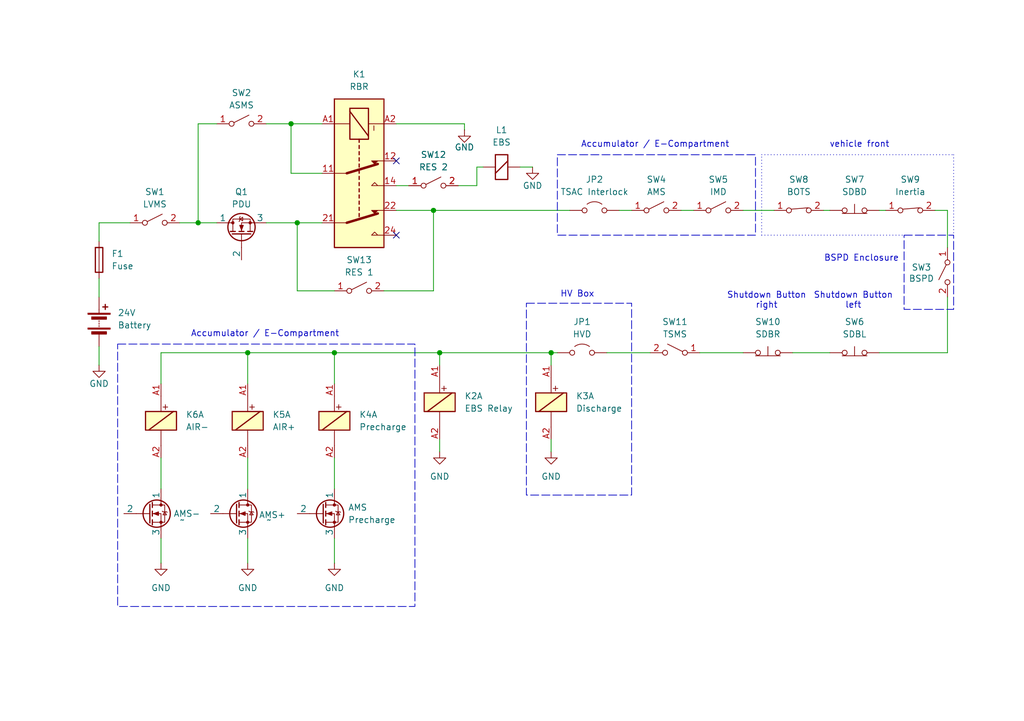
<source format=kicad_sch>
(kicad_sch (version 20231120) (generator "eeschema") (generator_version "8.0")
  (paper "A5")
  (lib_symbols
    (symbol "Device:Battery" (pin_numbers hide) (pin_names (offset 0) hide)
      (property "Reference" "BT" (at 2.54 2.54 0))
      (property "Value" "Battery" (at 2.54 0 0))
      (symbol "Battery_0_1"
        (rectangle (start -2.286 -1.27) (end 2.286 -1.524) (fill (type outline)))
        (rectangle (start -2.286 1.778) (end 2.286 1.524) (fill (type outline)))
        (rectangle (start -1.524 -2.032) (end 1.524 -2.54) (fill (type outline)))
        (rectangle (start -1.524 1.016) (end 1.524 0.508) (fill (type outline)))
        (polyline (pts (xy 0 -1.016) (xy 0 -0.762)))
        (polyline (pts (xy 0 -0.508) (xy 0 -0.254)))
        (polyline (pts (xy 0 0) (xy 0 0.254)))
        (polyline (pts (xy 0 1.778) (xy 0 2.54)))
        (polyline (pts (xy 0.762 3.048) (xy 1.778 3.048)) (stroke (width 0.254)))
        (polyline (pts (xy 1.27 3.556) (xy 1.27 2.54)) (stroke (width 0.254)))
      )
      (symbol "Battery_1_1"
        (pin passive line (at 0 5.08 270) (length 2.54) (name "+") (number "1"))
        (pin passive line (at 0 -5.08 90) (length 2.54) (name "-") (number "2"))
      )
    )
    (symbol "Device:ElectromagneticActor" (pin_numbers hide) (pin_names (offset 0.0254) hide)
      (property "Reference" "L" (at 1.27 3.81 0))
      (property "Value" "ElectromagneticActor" (at 1.27 -1.27 0))
      (symbol "ElectromagneticActor_0_1"
        (rectangle (start -2.54 2.54) (end 2.54 0) (stroke (width 0.254)))
        (polyline (pts (xy -1.27 2.54) (xy 1.27 0)) (stroke (width 0.254)))
      )
      (symbol "ElectromagneticActor_1_1"
        (pin passive line (at 0 5.08 270) (length 2.54) (name "-") (number "1"))
        (pin passive line (at 0 -2.54 90) (length 2.54) (name "+") (number "2"))
      )
    )
    (symbol "Device:Fuse" (pin_numbers hide) (pin_names (offset 0))
      (property "Reference" "F" (at 2.032 0 90))
      (property "Value" "Fuse" (at -1.905 0 90))
      (symbol "Fuse_0_1"
        (rectangle (start -0.762 -2.54) (end 0.762 2.54) (stroke (width 0.254)))
        (polyline (pts (xy 0 2.54) (xy 0 -2.54)))
      )
      (symbol "Fuse_1_1"
        (pin passive line (at 0 3.81 270) (length 1.27) (name "~") (number "1"))
        (pin passive line (at 0 -3.81 90) (length 1.27) (name "~") (number "2"))
      )
    )
    (symbol "Jumper:Jumper_2_Open" (pin_numbers hide) (pin_names (offset 0) hide) (exclude_from_sim yes)
      (property "Reference" "JP" (at 0 2.794 0))
      (property "Value" "Jumper_2_Open" (at 0 -2.286 0))
      (symbol "Jumper_2_Open_0_0"
        (circle (center -2.032 0) (radius 0.508))
        (circle (center 2.032 0) (radius 0.508))
      )
      (symbol "Jumper_2_Open_0_1"
        (arc (start 1.524 1.27) (mid 0 1.778) (end -1.524 1.27))
      )
      (symbol "Jumper_2_Open_1_1"
        (pin passive line (at -5.08 0 0) (length 2.54) (name "A") (number "1"))
        (pin passive line (at 5.08 0 180) (length 2.54) (name "B") (number "2"))
      )
    )
    (symbol "NMOS_1" (pin_numbers hide) (pin_names (offset 0))
      (property "Reference" "Q2" (at 6.35 1.2701 0))
      (property "Value" "NMOS" (at 6.35 -1.2699 0))
      (symbol "NMOS_1_0_1"
        (polyline (pts (xy 0.254 0) (xy -2.54 0)))
        (polyline (pts (xy 0.254 1.905) (xy 0.254 -1.905)) (stroke (width 0.254)))
        (polyline (pts (xy 0.762 -1.27) (xy 0.762 -2.286)) (stroke (width 0.254)))
        (polyline (pts (xy 0.762 0.508) (xy 0.762 -0.508)) (stroke (width 0.254)))
        (polyline (pts (xy 0.762 2.286) (xy 0.762 1.27)) (stroke (width 0.254)))
        (polyline (pts (xy 2.54 2.54) (xy 2.54 1.778)))
        (polyline (pts (xy 2.54 -2.54) (xy 2.54 0) (xy 0.762 0)))
        (polyline (pts (xy 0.762 -1.778) (xy 3.302 -1.778) (xy 3.302 1.778) (xy 0.762 1.778)))
        (polyline (pts (xy 1.016 0) (xy 2.032 0.381) (xy 2.032 -0.381) (xy 1.016 0)) (fill (type outline)))
        (polyline (pts (xy 2.794 0.508) (xy 2.921 0.381) (xy 3.683 0.381) (xy 3.81 0.254)))
        (polyline (pts (xy 3.302 0.381) (xy 2.921 -0.254) (xy 3.683 -0.254) (xy 3.302 0.381)))
        (circle (center 1.651 0) (radius 2.794) (stroke (width 0.254)))
        (circle (center 2.54 -1.778) (radius 0.254) (fill (type outline)))
        (circle (center 2.54 1.778) (radius 0.254) (fill (type outline)))
      )
      (symbol "NMOS_1_1_1"
        (pin passive line (at 2.54 5.08 270) (length 2.54) (name "1") (number "1"))
        (pin input line (at -5.08 0 0) (length 2.54) (name "2") (number "2"))
        (pin passive line (at 2.54 -5.08 90) (length 2.54) (name "3") (number "3"))
      )
    )
    (symbol "NMOS_2" (pin_numbers hide) (pin_names (offset 0))
      (property "Reference" "AMS+" (at 6.35 1.2701 0))
      (property "Value" "NMOS" (at 6.35 -1.2699 0))
      (symbol "NMOS_2_0_1"
        (polyline (pts (xy 0.254 0) (xy -2.54 0)))
        (polyline (pts (xy 0.254 1.905) (xy 0.254 -1.905)) (stroke (width 0.254)))
        (polyline (pts (xy 0.762 -1.27) (xy 0.762 -2.286)) (stroke (width 0.254)))
        (polyline (pts (xy 0.762 0.508) (xy 0.762 -0.508)) (stroke (width 0.254)))
        (polyline (pts (xy 0.762 2.286) (xy 0.762 1.27)) (stroke (width 0.254)))
        (polyline (pts (xy 2.54 2.54) (xy 2.54 1.778)))
        (polyline (pts (xy 2.54 -2.54) (xy 2.54 0) (xy 0.762 0)))
        (polyline (pts (xy 0.762 -1.778) (xy 3.302 -1.778) (xy 3.302 1.778) (xy 0.762 1.778)))
        (polyline (pts (xy 1.016 0) (xy 2.032 0.381) (xy 2.032 -0.381) (xy 1.016 0)) (fill (type outline)))
        (polyline (pts (xy 2.794 0.508) (xy 2.921 0.381) (xy 3.683 0.381) (xy 3.81 0.254)))
        (polyline (pts (xy 3.302 0.381) (xy 2.921 -0.254) (xy 3.683 -0.254) (xy 3.302 0.381)))
        (circle (center 1.651 0) (radius 2.794) (stroke (width 0.254)))
        (circle (center 2.54 -1.778) (radius 0.254) (fill (type outline)))
        (circle (center 2.54 1.778) (radius 0.254) (fill (type outline)))
      )
      (symbol "NMOS_2_1_1"
        (pin passive line (at 2.54 5.08 270) (length 2.54) (name "1") (number "1"))
        (pin input line (at -5.08 0 0) (length 2.54) (name "2") (number "2"))
        (pin passive line (at 2.54 -5.08 90) (length 2.54) (name "3") (number "3"))
      )
    )
    (symbol "NMOS_3" (pin_numbers hide) (pin_names (offset 0))
      (property "Reference" "AMS-" (at 6.35 1.2701 0))
      (property "Value" "NMOS" (at 6.35 -1.2699 0))
      (symbol "NMOS_3_0_1"
        (polyline (pts (xy 0.254 0) (xy -2.54 0)))
        (polyline (pts (xy 0.254 1.905) (xy 0.254 -1.905)) (stroke (width 0.254)))
        (polyline (pts (xy 0.762 -1.27) (xy 0.762 -2.286)) (stroke (width 0.254)))
        (polyline (pts (xy 0.762 0.508) (xy 0.762 -0.508)) (stroke (width 0.254)))
        (polyline (pts (xy 0.762 2.286) (xy 0.762 1.27)) (stroke (width 0.254)))
        (polyline (pts (xy 2.54 2.54) (xy 2.54 1.778)))
        (polyline (pts (xy 2.54 -2.54) (xy 2.54 0) (xy 0.762 0)))
        (polyline (pts (xy 0.762 -1.778) (xy 3.302 -1.778) (xy 3.302 1.778) (xy 0.762 1.778)))
        (polyline (pts (xy 1.016 0) (xy 2.032 0.381) (xy 2.032 -0.381) (xy 1.016 0)) (fill (type outline)))
        (polyline (pts (xy 2.794 0.508) (xy 2.921 0.381) (xy 3.683 0.381) (xy 3.81 0.254)))
        (polyline (pts (xy 3.302 0.381) (xy 2.921 -0.254) (xy 3.683 -0.254) (xy 3.302 0.381)))
        (circle (center 1.651 0) (radius 2.794) (stroke (width 0.254)))
        (circle (center 2.54 -1.778) (radius 0.254) (fill (type outline)))
        (circle (center 2.54 1.778) (radius 0.254) (fill (type outline)))
      )
      (symbol "NMOS_3_1_1"
        (pin passive line (at 2.54 5.08 270) (length 2.54) (name "1") (number "1"))
        (pin input line (at -5.08 0 0) (length 2.54) (name "2") (number "2"))
        (pin passive line (at 2.54 -5.08 90) (length 2.54) (name "3") (number "3"))
      )
    )
    (symbol "Relay:AZ850P1-x"
      (property "Reference" "K1" (at -20.32 0 90))
      (property "Value" "RSR" (at -17.78 0 90))
      (symbol "AZ850P1-x_0_0"
        (text "-" (at -9.271 2.921 0) (effects (font (size 1.27 1.27))))
      )
      (symbol "AZ850P1-x_0_1"
        (rectangle (start -15.24 5.08) (end 15.24 -5.08) (stroke (width 0.254)) (fill (type background)))
        (rectangle (start -13.335 1.905) (end -6.985 -1.905) (stroke (width 0.254)))
        (polyline (pts (xy -12.7 -1.905) (xy -7.62 1.905)) (stroke (width 0.254)))
        (polyline (pts (xy -10.16 -5.08) (xy -10.16 -1.905)))
        (polyline (pts (xy -10.16 5.08) (xy -10.16 1.905)))
        (polyline (pts (xy -6.985 0) (xy -6.35 0)) (stroke (width 0.254)))
        (polyline (pts (xy -5.715 0) (xy -5.08 0)) (stroke (width 0.254)))
        (polyline (pts (xy -4.445 0) (xy -3.81 0)) (stroke (width 0.254)))
        (polyline (pts (xy -3.175 0) (xy -2.54 0)) (stroke (width 0.254)))
        (polyline (pts (xy -1.905 0) (xy -1.27 0)) (stroke (width 0.254)))
        (polyline (pts (xy -0.635 0) (xy 0 0)) (stroke (width 0.254)))
        (polyline (pts (xy 0 -2.54) (xy -1.905 3.81)) (stroke (width 0.508)))
        (polyline (pts (xy 0 -2.54) (xy 0 -5.08)))
        (polyline (pts (xy 0.635 0) (xy 1.27 0)) (stroke (width 0.254)))
        (polyline (pts (xy 1.905 0) (xy 2.54 0)) (stroke (width 0.254)))
        (polyline (pts (xy 3.175 0) (xy 3.81 0)) (stroke (width 0.254)))
        (polyline (pts (xy 4.445 0) (xy 5.08 0)) (stroke (width 0.254)))
        (polyline (pts (xy 5.715 0) (xy 6.35 0)) (stroke (width 0.254)))
        (polyline (pts (xy 6.985 0) (xy 7.62 0)) (stroke (width 0.254)))
        (polyline (pts (xy 8.255 0) (xy 8.89 0)) (stroke (width 0.254)))
        (polyline (pts (xy 10.16 -2.54) (xy 8.255 3.81)) (stroke (width 0.508)))
        (polyline (pts (xy 10.16 -2.54) (xy 10.16 -5.08)))
        (polyline (pts (xy -2.54 5.08) (xy -2.54 2.54) (xy -1.905 3.175) (xy -2.54 3.81)) (fill (type outline)))
        (polyline (pts (xy 2.54 5.08) (xy 2.54 2.54) (xy 1.905 3.175) (xy 2.54 3.81)))
        (polyline (pts (xy 7.62 5.08) (xy 7.62 2.54) (xy 8.255 3.175) (xy 7.62 3.81)) (fill (type outline)))
        (polyline (pts (xy 12.7 5.08) (xy 12.7 2.54) (xy 12.065 3.175) (xy 12.7 3.81)))
      )
      (symbol "AZ850P1-x_1_1"
        (pin passive line (at 0 -7.62 90) (length 2.54) (name "~") (number "11"))
        (pin passive line (at -2.54 7.62 270) (length 2.54) (name "~") (number "12"))
        (pin passive line (at 2.54 7.62 270) (length 2.54) (name "~") (number "14"))
        (pin passive line (at 10.16 -7.62 90) (length 2.54) (name "~") (number "21"))
        (pin passive line (at 7.62 7.62 270) (length 2.54) (name "~") (number "22"))
        (pin passive line (at 12.7 7.62 270) (length 2.54) (name "~") (number "24"))
        (pin passive line (at -10.16 -7.62 90) (length 2.54) (name "") (number "A1"))
        (pin passive line (at -10.16 7.62 270) (length 2.54) (name "~") (number "A2"))
      )
    )
    (symbol "Relay:COTO_3660_Split"
      (property "Reference" "K" (at 5.08 2.54 0))
      (property "Value" "COTO_3660_Split" (at 5.08 0 0))
      (symbol "COTO_3660_Split_1_0"
        (text "+" (at 0.889 2.921 0) (effects (font (size 1.27 1.27))))
      )
      (symbol "COTO_3660_Split_1_1"
        (rectangle (start -3.175 1.905) (end 3.175 -1.905) (stroke (width 0.254)) (fill (type background)))
        (polyline (pts (xy -2.54 -1.905) (xy 2.54 1.905)) (stroke (width 0.254)))
        (polyline (pts (xy 0 -5.08) (xy 0 -1.905)))
        (polyline (pts (xy 0 5.08) (xy 0 1.905)))
        (pin passive line (at 0 7.62 270) (length 2.54) (name "~") (number "A1"))
        (pin passive line (at 0 -7.62 90) (length 2.54) (name "~") (number "A2"))
      )
      (symbol "COTO_3660_Split_2_1"
        (polyline (pts (xy -3.175 0) (xy -2.54 0)) (stroke (width 0.254)))
        (polyline (pts (xy -1.905 0) (xy -1.27 0)) (stroke (width 0.254)))
        (polyline (pts (xy 0 2.54) (xy -1.905 -3.81)) (stroke (width 0.508)))
        (polyline (pts (xy 0 2.54) (xy 0 5.08)))
        (polyline (pts (xy 0 -5.08) (xy 0 -2.54) (xy -0.635 -3.175) (xy 0 -3.81)))
        (pin passive line (at 0 7.62 270) (length 2.54) (name "~") (number "13"))
        (pin passive line (at 0 -7.62 90) (length 2.54) (name "~") (number "14"))
      )
      (symbol "COTO_3660_Split_3_1"
        (polyline (pts (xy -3.175 0) (xy -2.54 0)) (stroke (width 0.254)))
        (polyline (pts (xy -1.905 0) (xy -1.27 0)) (stroke (width 0.254)))
        (polyline (pts (xy 0 2.54) (xy -1.905 -3.81)) (stroke (width 0.508)))
        (polyline (pts (xy 0 2.54) (xy 0 5.08)))
        (polyline (pts (xy 0 -5.08) (xy 0 -2.54) (xy -0.635 -3.175) (xy 0 -3.81)))
        (pin passive line (at 0 7.62 270) (length 2.54) (name "~") (number "23"))
        (pin passive line (at 0 -7.62 90) (length 2.54) (name "~") (number "24"))
      )
      (symbol "COTO_3660_Split_4_1"
        (polyline (pts (xy -3.175 0) (xy -2.54 0)) (stroke (width 0.254)))
        (polyline (pts (xy -1.905 0) (xy -1.27 0)) (stroke (width 0.254)))
        (polyline (pts (xy 0 2.54) (xy -1.905 -3.81)) (stroke (width 0.508)))
        (polyline (pts (xy 0 2.54) (xy 0 5.08)))
        (polyline (pts (xy 1.27 3.81) (xy 1.27 -3.81)) (stroke (width 0) (type dash)))
        (polyline (pts (xy 0 5.08) (xy 1.27 5.08) (xy 1.27 3.81)))
        (polyline (pts (xy 0 -5.08) (xy 0 -2.54) (xy -0.635 -3.175) (xy 0 -3.81)))
        (circle (center 0 5.08) (radius 0.1524))
        (pin passive line (at 0 7.62 270) (length 2.54) (name "~") (number "33"))
        (pin passive line (at 0 -7.62 90) (length 2.54) (name "~") (number "34"))
      )
    )
    (symbol "SDC:SW_SPST_NC" (pin_names (offset 0) hide)
      (property "Reference" "SW" (at 0 3.175 0))
      (property "Value" "SW_SPST_NC" (at 0 -2.54 0))
      (symbol "SW_SPST_NC_0_0"
        (circle (center -2.032 0) (radius 0.508))
        (polyline (pts (xy -1.524 0.254) (xy 1.8505 0.5387)))
        (circle (center 2.032 0) (radius 0.508))
      )
      (symbol "SW_SPST_NC_1_1"
        (pin passive line (at -5.08 0 0) (length 2.54) (name "A") (number "1"))
        (pin passive line (at 5.08 0 180) (length 2.54) (name "B") (number "2"))
      )
    )
    (symbol "Simulation_SPICE:NMOS" (pin_numbers hide) (pin_names (offset 0))
      (property "Reference" "Q1" (at 8.89 0 90))
      (property "Value" "PDU" (at 6.35 0 90))
      (symbol "NMOS_0_1"
        (polyline (pts (xy 0.254 0) (xy -2.54 0)))
        (polyline (pts (xy 0.254 1.905) (xy 0.254 -1.905)) (stroke (width 0.254)))
        (polyline (pts (xy 0.762 -1.27) (xy 0.762 -2.286)) (stroke (width 0.254)))
        (polyline (pts (xy 0.762 0.508) (xy 0.762 -0.508)) (stroke (width 0.254)))
        (polyline (pts (xy 0.762 2.286) (xy 0.762 1.27)) (stroke (width 0.254)))
        (polyline (pts (xy 2.54 2.54) (xy 2.54 1.778)))
        (polyline (pts (xy 2.54 -2.54) (xy 2.54 0) (xy 0.762 0)))
        (polyline (pts (xy 0.762 -1.778) (xy 3.302 -1.778) (xy 3.302 1.778) (xy 0.762 1.778)))
        (polyline (pts (xy 1.016 0) (xy 2.032 0.381) (xy 2.032 -0.381) (xy 1.016 0)) (fill (type outline)))
        (polyline (pts (xy 2.794 0.508) (xy 2.921 0.381) (xy 3.683 0.381) (xy 3.81 0.254)))
        (polyline (pts (xy 3.302 0.381) (xy 2.921 -0.254) (xy 3.683 -0.254) (xy 3.302 0.381)))
        (circle (center 1.651 0) (radius 2.794) (stroke (width 0.254)))
        (circle (center 2.54 -1.778) (radius 0.254) (fill (type outline)))
        (circle (center 2.54 1.778) (radius 0.254) (fill (type outline)))
      )
      (symbol "NMOS_1_1"
        (pin input line (at -5.08 0 0) (length 2.54) (name "2") (number ""))
        (pin passive line (at 2.54 5.08 270) (length 2.54) (name "1") (number "1"))
        (pin passive line (at 2.54 -5.08 90) (length 2.54) (name "3") (number "3"))
      )
    )
    (symbol "Switch:SW_Push_Open" (pin_numbers hide) (pin_names (offset 1.016) hide)
      (property "Reference" "SW" (at 0 2.54 0))
      (property "Value" "SW_Push_Open" (at 0 -1.905 0))
      (symbol "SW_Push_Open_0_1"
        (circle (center -2.032 0) (radius 0.508))
        (polyline (pts (xy -2.54 -0.635) (xy 2.54 -0.635)))
        (polyline (pts (xy 0 -0.635) (xy 0 1.27)))
        (circle (center 2.032 0) (radius 0.508))
        (pin passive line (at -5.08 0 0) (length 2.54) (name "A") (number "1"))
      )
      (symbol "SW_Push_Open_1_1"
        (pin passive line (at 5.08 0 180) (length 2.54) (name "B") (number "2"))
      )
    )
    (symbol "Switch:SW_SPST" (pin_names (offset 0) hide)
      (property "Reference" "SW" (at 0 3.175 0))
      (property "Value" "SW_SPST" (at 0 -2.54 0))
      (symbol "SW_SPST_0_0"
        (circle (center -2.032 0) (radius 0.508))
        (polyline (pts (xy -1.524 0.254) (xy 1.524 1.778)))
        (circle (center 2.032 0) (radius 0.508))
      )
      (symbol "SW_SPST_1_1"
        (pin passive line (at -5.08 0 0) (length 2.54) (name "A") (number "1"))
        (pin passive line (at 5.08 0 180) (length 2.54) (name "B") (number "2"))
      )
    )
    (symbol "power:GND" (power) (pin_numbers hide) (pin_names (offset 0) hide)
      (property "Value" "GND" (at 0 -3.81 0))
      (symbol "GND_0_1"
        (polyline (pts (xy 0 0) (xy 0 -1.27) (xy 1.27 -1.27) (xy 0 -2.54) (xy -1.27 -1.27) (xy 0 -1.27)))
      )
      (symbol "GND_1_1"
        (pin power_in line (at 0 0 270) (length 0) (name "~") (number "1"))
      )
    )
  )
  (junction (at 50.8 72.39))
  (junction (at 90.17 72.39))
  (junction (at 59.69 25.4))
  (junction (at 40.64 45.72))
  (junction (at 113.03 72.39))
  (junction (at 60.96 45.72))
  (junction (at 68.58 72.39))
  (junction (at 88.9 43.18))
  (no_connect (at 81.28 33.02))
  (no_connect (at 81.28 48.26))
  (wire (pts (xy 97.79 34.29) (xy 99.06 34.29)))
  (wire (pts (xy 54.61 25.4) (xy 59.69 25.4)))
  (wire (pts (xy 194.31 43.18) (xy 191.77 43.18)))
  (wire (pts (xy 97.79 38.1) (xy 93.98 38.1)))
  (wire (pts (xy 33.02 72.39) (xy 50.8 72.39)))
  (wire (pts (xy 127 43.18) (xy 129.54 43.18)))
  (wire (pts (xy 81.28 43.18) (xy 88.9 43.18)))
  (polyline (pts (xy 156.21 48.26) (xy 156.21 31.75)) (stroke (width 0) (type dot)))
  (wire (pts (xy 33.02 93.98) (xy 33.02 100.33)))
  (polyline (pts (xy 156.21 48.26) (xy 185.42 48.26)) (stroke (width 0) (type dot)))
  (wire (pts (xy 109.22 34.29) (xy 106.68 34.29)))
  (wire (pts (xy 60.96 45.72) (xy 66.04 45.72)))
  (polyline (pts (xy 156.21 31.75) (xy 195.58 31.75)) (stroke (width 0) (type dot)))
  (wire (pts (xy 97.79 34.29) (xy 97.79 38.1)))
  (wire (pts (xy 60.96 59.69) (xy 68.58 59.69)))
  (wire (pts (xy 68.58 72.39) (xy 68.58 78.74)))
  (wire (pts (xy 113.03 72.39) (xy 113.03 74.93)))
  (wire (pts (xy 180.34 43.18) (xy 181.61 43.18)))
  (wire (pts (xy 113.03 72.39) (xy 114.3 72.39)))
  (wire (pts (xy 194.31 60.96) (xy 194.31 72.39)))
  (wire (pts (xy 59.69 25.4) (xy 59.69 35.56)))
  (wire (pts (xy 143.51 72.39) (xy 152.4 72.39)))
  (wire (pts (xy 152.4 43.18) (xy 158.75 43.18)))
  (wire (pts (xy 20.32 45.72) (xy 26.67 45.72)))
  (wire (pts (xy 50.8 72.39) (xy 68.58 72.39)))
  (wire (pts (xy 54.61 45.72) (xy 60.96 45.72)))
  (wire (pts (xy 162.56 72.39) (xy 170.18 72.39)))
  (wire (pts (xy 194.31 43.18) (xy 194.31 50.8)))
  (wire (pts (xy 168.91 43.18) (xy 170.18 43.18)))
  (wire (pts (xy 88.9 59.69) (xy 88.9 43.18)))
  (wire (pts (xy 40.64 45.72) (xy 44.45 45.72)))
  (wire (pts (xy 81.28 38.1) (xy 83.82 38.1)))
  (wire (pts (xy 44.45 25.4) (xy 40.64 25.4)))
  (wire (pts (xy 88.9 43.18) (xy 116.84 43.18)))
  (wire (pts (xy 68.58 93.98) (xy 68.58 100.33)))
  (wire (pts (xy 33.02 72.39) (xy 33.02 78.74)))
  (wire (pts (xy 50.8 93.98) (xy 50.8 100.33)))
  (wire (pts (xy 81.28 25.4) (xy 95.25 25.4)))
  (wire (pts (xy 90.17 72.39) (xy 90.17 74.93)))
  (wire (pts (xy 113.03 90.17) (xy 113.03 92.71)))
  (wire (pts (xy 90.17 72.39) (xy 113.03 72.39)))
  (wire (pts (xy 68.58 72.39) (xy 90.17 72.39)))
  (wire (pts (xy 78.74 59.69) (xy 88.9 59.69)))
  (wire (pts (xy 124.46 72.39) (xy 133.35 72.39)))
  (polyline (pts (xy 195.58 31.75) (xy 195.58 48.26)) (stroke (width 0) (type dot)))
  (wire (pts (xy 20.32 57.15) (xy 20.32 60.96)))
  (wire (pts (xy 36.83 45.72) (xy 40.64 45.72)))
  (wire (pts (xy 33.02 110.49) (xy 33.02 115.57)))
  (wire (pts (xy 20.32 71.12) (xy 20.32 74.93)))
  (wire (pts (xy 20.32 45.72) (xy 20.32 49.53)))
  (wire (pts (xy 59.69 35.56) (xy 66.04 35.56)))
  (wire (pts (xy 50.8 110.49) (xy 50.8 115.57)))
  (wire (pts (xy 59.69 25.4) (xy 66.04 25.4)))
  (wire (pts (xy 180.34 72.39) (xy 194.31 72.39)))
  (wire (pts (xy 68.58 110.49) (xy 68.58 115.57)))
  (wire (pts (xy 90.17 90.17) (xy 90.17 92.71)))
  (wire (pts (xy 60.96 45.72) (xy 60.96 59.69)))
  (wire (pts (xy 139.7 43.18) (xy 142.24 43.18)))
  (wire (pts (xy 40.64 25.4) (xy 40.64 45.72)))
  (wire (pts (xy 50.8 72.39) (xy 50.8 78.74)))
  (wire (pts (xy 95.25 25.4) (xy 95.25 26.67)))
  (rectangle (start 107.95 62.23) (end 129.54 101.6) (stroke (width 0) (type dash)))
  (rectangle (start 24.13 70.612) (end 85.09 124.46) (stroke (width 0) (type dash)))
  (rectangle (start 114.3 31.75) (end 154.94 48.26) (stroke (width 0) (type dash)))
  (rectangle (start 185.42 48.26) (end 195.58 63.5) (stroke (width 0) (type dash)))
  (text "Shutdown Button\nright" (at 157.226 61.722 0) (effects (font (size 1.27 1.27))))
  (text "HV Box" (at 121.92 60.452 0) (effects (font (size 1.27 1.27)) (justify right)))
  (text "BSPD Enclosure" (at 184.404 53.086 0) (effects (font (size 1.27 1.27)) (justify right)))
  (text "Shutdown Button\nleft" (at 175.006 61.722 0) (effects (font (size 1.27 1.27))))
  (text "vehicle front" (at 176.276 29.718 0) (effects (font (size 1.27 1.27))))
  (text "Accumulator / E-Compartment" (at 54.356 68.58 0) (effects (font (size 1.27 1.27))))
  (text "Accumulator / E-Compartment" (at 134.366 29.718 0) (effects (font (size 1.27 1.27))))
  (symbol (lib_id "Simulation_SPICE:NMOS") (at 49.53 48.26 90) (unit 1)
    (property "Reference" "Q1" (at 49.53 39.37 90))
    (property "Value" "PDU" (at 49.53 41.91 90))
    (property "Datasheet" "https://ngspice.sourceforge.io/docs/ngspice-html-manual/manual.xhtml#cha_MOSFETs" (effects (hide yes)))
    (property "Description" "N-MOSFET transistor, drain/source/gate" (effects (hide yes)))
    (property "Sim.Device" "NMOS" (effects (hide yes)))
    (property "Sim.Type" "VDMOS" (effects (hide yes)))
    (property "Sim.Pins" "1=D 2=G 3=S" (effects (hide yes)))
  )
  (symbol (lib_id "Device:Battery") (at 20.32 66.04 0) (unit 1)
    (property "Reference" "24V" (at 24.13 64.1984 0) (effects (justify left)))
    (property "Value" "Battery" (at 24.13 66.7384 0) (effects (justify left)))
    (property "Description" "Multiple-cell battery" (effects (hide yes)))
  )
  (symbol (lib_id "Relay:COTO_3660_Split") (at 90.17 82.55 0) (unit 1)
    (property "Reference" "K2" (at 95.25 81.2799 0) (effects (justify left)))
    (property "Value" "EBS Relay" (at 95.25 83.8199 0) (effects (justify left)))
  )
  (symbol (lib_id "Switch:SW_Push_Open") (at 157.48 72.39 0) (unit 1)
    (property "Reference" "SW10" (at 157.48 66.04 0))
    (property "Value" "SDBR" (at 157.48 68.58 0))
    (property "Description" "Push button switch, push-to-open, generic, two pins" (effects (hide yes)))
  )
  (symbol (lib_id "Relay:AZ850P1-x") (at 73.66 35.56 270) (unit 1)
    (property "Reference" "K1" (at 73.66 15.24 90))
    (property "Value" "RBR" (at 73.66 17.78 90))
    (property "Footprint" "Relay_THT:Relay_DPDT_FRT5" (effects (hide yes)))
    (property "Datasheet" "http://www.azettler.com/pdfs/az850.pdf" (effects (hide yes)))
    (property "Description" "American Zettler, Microminiature Polarised Dual Pole Relay Bistable" (effects (hide yes)))
  )
  (symbol (lib_name "NMOS_2") (lib_id "Simulation_SPICE:NMOS") (at 48.26 105.41 0) (unit 1)
    (property "Reference" "AMS+" (at 53.086 105.664 0) (effects (justify left)))
    (property "Value" "~" (at 54.61 106.68 0) (effects (justify left)))
    (property "Datasheet" "https://ngspice.sourceforge.io/docs/ngspice-html-manual/manual.xhtml#cha_MOSFETs" (effects (hide yes)))
    (property "Description" "N-MOSFET transistor, drain/source/gate" (effects (hide yes)))
    (property "Sim.Device" "NMOS" (effects (hide yes)))
    (property "Sim.Type" "VDMOS" (effects (hide yes)))
    (property "Sim.Pins" "1=D 2=G 3=S" (effects (hide yes)))
  )
  (symbol (lib_id "Relay:COTO_3660_Split") (at 113.03 82.55 0) (unit 1)
    (property "Reference" "K3" (at 118.11 81.2799 0) (effects (justify left)))
    (property "Value" "Discharge" (at 118.11 83.8199 0) (effects (justify left)))
  )
  (symbol (lib_id "Device:ElectromagneticActor") (at 104.14 34.29 90) (unit 1)
    (property "Reference" "L1" (at 102.87 26.67 90))
    (property "Value" "EBS" (at 102.87 29.21 90))
    (property "Description" "Electromagnetic actor" (effects (hide yes)))
  )
  (symbol (lib_name "NMOS_3") (lib_id "Simulation_SPICE:NMOS") (at 30.48 105.41 0) (unit 1)
    (property "Reference" "AMS-" (at 35.56 105.41 0) (effects (justify left)))
    (property "Value" "~" (at 36.83 106.68 0) (effects (justify left)))
    (property "Datasheet" "https://ngspice.sourceforge.io/docs/ngspice-html-manual/manual.xhtml#cha_MOSFETs" (effects (hide yes)))
    (property "Description" "N-MOSFET transistor, drain/source/gate" (effects (hide yes)))
    (property "Sim.Device" "NMOS" (effects (hide yes)))
    (property "Sim.Type" "VDMOS" (effects (hide yes)))
    (property "Sim.Pins" "1=D 2=G 3=S" (effects (hide yes)))
  )
  (symbol (lib_id "Device:Fuse") (at 20.32 53.34 0) (unit 1)
    (property "Reference" "F1" (at 22.86 52.0699 0) (effects (justify left)))
    (property "Value" "Fuse" (at 22.86 54.6099 0) (effects (justify left)))
    (property "Description" "Fuse" (effects (hide yes)))
  )
  (symbol (lib_id "power:GND") (at 113.03 92.71 0) (unit 1)
    (property "Reference" "#PWR07" (effects (hide yes)))
    (property "Value" "GND" (at 113.03 97.79 0))
    (property "Description" "Power symbol creates a global label with name \"GND\" , ground" (effects (hide yes)))
  )
  (symbol (lib_id "power:GND") (at 95.25 26.67 0) (unit 1)
    (property "Reference" "#PWR02" (effects (hide yes)))
    (property "Value" "GND" (at 95.25 30.226 0))
    (property "Description" "Power symbol creates a global label with name \"GND\" , ground" (effects (hide yes)))
  )
  (symbol (lib_id "Switch:SW_SPST") (at 31.75 45.72 0) (unit 1)
    (property "Reference" "SW1" (at 31.75 39.37 0))
    (property "Value" "LVMS" (at 31.75 41.91 0))
    (property "Description" "Single Pole Single Throw (SPST) switch" (effects (hide yes)))
  )
  (symbol (lib_id "power:GND") (at 90.17 92.71 0) (unit 1)
    (property "Reference" "#PWR08" (effects (hide yes)))
    (property "Value" "GND" (at 90.17 97.79 0))
    (property "Description" "Power symbol creates a global label with name \"GND\" , ground" (effects (hide yes)))
  )
  (symbol (lib_id "Switch:SW_SPST") (at 88.9 38.1 0) (unit 1)
    (property "Reference" "SW12" (at 88.9 31.75 0))
    (property "Value" "RES 2" (at 88.9 34.29 0))
    (property "Description" "Single Pole Single Throw (SPST) switch" (effects (hide yes)))
  )
  (symbol (lib_id "power:GND") (at 20.32 74.93 0) (unit 1)
    (property "Reference" "#PWR01" (effects (hide yes)))
    (property "Value" "GND" (at 20.32 78.74 0))
    (property "Description" "Power symbol creates a global label with name \"GND\" , ground" (effects (hide yes)))
  )
  (symbol (lib_id "Relay:COTO_3660_Split") (at 33.02 86.36 0) (unit 1)
    (property "Reference" "K6" (at 38.1 85.0899 0) (effects (justify left)))
    (property "Value" "AIR-" (at 38.1 87.6299 0) (effects (justify left)))
  )
  (symbol (lib_id "power:GND") (at 33.02 115.57 0) (unit 1)
    (property "Reference" "#PWR04" (effects (hide yes)))
    (property "Value" "GND" (at 33.02 120.65 0))
    (property "Description" "Power symbol creates a global label with name \"GND\" , ground" (effects (hide yes)))
  )
  (symbol (lib_id "Switch:SW_SPST") (at 194.31 55.88 90) (mirror x) (unit 1)
    (property "Reference" "SW3" (at 188.976 54.864 90))
    (property "Value" "BSPD" (at 188.976 57.15 90))
    (property "Description" "Single Pole Single Throw (SPST) switch" (effects (hide yes)))
  )
  (symbol (lib_id "SDC:SW_SPST_NC") (at 163.83 43.18 0) (unit 1)
    (property "Reference" "SW8" (at 163.83 36.83 0))
    (property "Value" "BOTS" (at 163.83 39.37 0))
    (property "Description" "Single Pole Single Throw (SPST) switch normally-closed" (effects (hide yes)))
  )
  (symbol (lib_name "NMOS_1") (lib_id "Simulation_SPICE:NMOS") (at 66.04 105.41 0) (unit 1)
    (property "Reference" "AMS" (at 71.374 104.14 0) (effects (justify left)))
    (property "Value" "Precharge" (at 71.374 106.68 0) (effects (justify left)))
    (property "Datasheet" "https://ngspice.sourceforge.io/docs/ngspice-html-manual/manual.xhtml#cha_MOSFETs" (effects (hide yes)))
    (property "Description" "N-MOSFET transistor, drain/source/gate" (effects (hide yes)))
    (property "Sim.Device" "NMOS" (effects (hide yes)))
    (property "Sim.Type" "VDMOS" (effects (hide yes)))
    (property "Sim.Pins" "1=D 2=G 3=S" (effects (hide yes)))
  )
  (symbol (lib_id "power:GND") (at 109.22 34.29 0) (unit 1)
    (property "Reference" "#PWR03" (effects (hide yes)))
    (property "Value" "GND" (at 109.22 38.1 0))
    (property "Description" "Power symbol creates a global label with name \"GND\" , ground" (effects (hide yes)))
  )
  (symbol (lib_id "Relay:COTO_3660_Split") (at 68.58 86.36 0) (unit 1)
    (property "Reference" "K4" (at 73.66 85.0899 0) (effects (justify left)))
    (property "Value" "Precharge" (at 73.66 87.6299 0) (effects (justify left)))
  )
  (symbol (lib_id "SDC:SW_SPST_NC") (at 186.69 43.18 0) (unit 1)
    (property "Reference" "SW9" (at 186.69 36.83 0))
    (property "Value" "Inertia" (at 186.69 39.37 0))
    (property "Description" "Single Pole Single Throw (SPST) switch normally-closed" (effects (hide yes)))
  )
  (symbol (lib_id "Switch:SW_Push_Open") (at 175.26 72.39 0) (unit 1)
    (property "Reference" "SW6" (at 175.26 66.04 0))
    (property "Value" "SDBL" (at 175.26 68.58 0))
    (property "Description" "Push button switch, push-to-open, generic, two pins" (effects (hide yes)))
  )
  (symbol (lib_id "Switch:SW_SPST") (at 134.62 43.18 0) (unit 1)
    (property "Reference" "SW4" (at 134.62 36.83 0))
    (property "Value" "AMS" (at 134.62 39.37 0))
    (property "Description" "Single Pole Single Throw (SPST) switch" (effects (hide yes)))
  )
  (symbol (lib_id "Jumper:Jumper_2_Open") (at 121.92 43.18 0) (unit 1)
    (property "Reference" "JP2" (at 121.92 36.83 0))
    (property "Value" "TSAC Interlock" (at 121.92 39.37 0))
    (property "Description" "Jumper, 2-pole, open" (effects (hide yes)))
  )
  (symbol (lib_id "Jumper:Jumper_2_Open") (at 119.38 72.39 0) (unit 1)
    (property "Reference" "JP1" (at 119.38 66.04 0))
    (property "Value" "HVD" (at 119.38 68.58 0))
    (property "Description" "Jumper, 2-pole, open" (effects (hide yes)))
  )
  (symbol (lib_id "Switch:SW_Push_Open") (at 175.26 43.18 0) (unit 1)
    (property "Reference" "SW7" (at 175.26 36.83 0))
    (property "Value" "SDBD" (at 175.26 39.37 0))
    (property "Description" "Push button switch, push-to-open, generic, two pins" (effects (hide yes)))
  )
  (symbol (lib_id "power:GND") (at 50.8 115.57 0) (unit 1)
    (property "Reference" "#PWR05" (effects (hide yes)))
    (property "Value" "GND" (at 50.8 120.65 0))
    (property "Description" "Power symbol creates a global label with name \"GND\" , ground" (effects (hide yes)))
  )
  (symbol (lib_id "Relay:COTO_3660_Split") (at 50.8 86.36 0) (unit 1)
    (property "Reference" "K5" (at 55.88 85.0899 0) (effects (justify left)))
    (property "Value" "AIR+" (at 55.88 87.6299 0) (effects (justify left)))
  )
  (symbol (lib_id "power:GND") (at 68.58 115.57 0) (unit 1)
    (property "Reference" "#PWR06" (effects (hide yes)))
    (property "Value" "GND" (at 68.58 120.65 0))
    (property "Description" "Power symbol creates a global label with name \"GND\" , ground" (effects (hide yes)))
  )
  (symbol (lib_id "Switch:SW_SPST") (at 73.66 59.69 0) (unit 1)
    (property "Reference" "SW13" (at 73.66 53.34 0))
    (property "Value" "RES 1" (at 73.66 55.88 0))
    (property "Description" "Single Pole Single Throw (SPST) switch" (effects (hide yes)))
  )
  (symbol (lib_id "Switch:SW_SPST") (at 138.43 72.39 0) (mirror y) (unit 1)
    (property "Reference" "SW11" (at 138.43 66.04 0))
    (property "Value" "TSMS" (at 138.43 68.58 0))
    (property "Description" "Single Pole Single Throw (SPST) switch" (effects (hide yes)))
  )
  (symbol (lib_id "Switch:SW_SPST") (at 147.32 43.18 0) (unit 1)
    (property "Reference" "SW5" (at 147.32 36.83 0))
    (property "Value" "IMD" (at 147.32 39.37 0))
    (property "Description" "Single Pole Single Throw (SPST) switch" (effects (hide yes)))
  )
  (symbol (lib_id "Switch:SW_SPST") (at 49.53 25.4 0) (unit 1)
    (property "Reference" "SW2" (at 49.53 19.05 0))
    (property "Value" "ASMS" (at 49.53 21.59 0))
    (property "Description" "Single Pole Single Throw (SPST) switch" (effects (hide yes)))
  )
)
</source>
